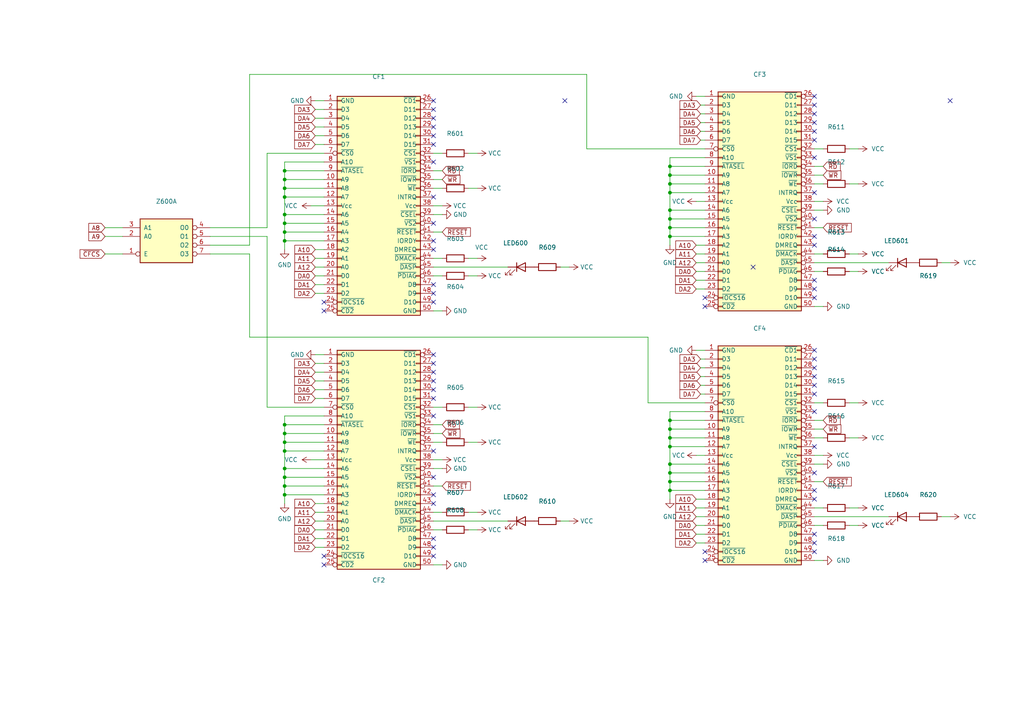
<source format=kicad_sch>
(kicad_sch (version 20211123) (generator eeschema)
  (paper "A4")
  (title_block (title "JupiterAceZ180") (date "2019-09-14") (rev "Alpha") (company "Ontobus") (comment 1 "John Bradley") (comment 2 "https://creativecommons.org/licenses/by-nc-sa/4.0/") (comment 3 "Attribution-NonCommercial-ShareAlike 4.0 International License.") (comment 4 "This work is licensed under a Creative Commons "))
  (lib_symbols
    (symbol "74xx:74LS139" (pin_names (offset 1.016))
      (property "Reference" "U" (at -7.62 8.89 0))
      (property "Value" "74LS139" (at -7.62 -8.89 0))
      (symbol "74LS139_1_0"
        (pin input inverted (at -12.7 -5.08 0) (length 5.08) (name "E") (number "1"))
        (pin input line (at -12.7 0 0) (length 5.08) (name "A0") (number "2"))
        (pin input line (at -12.7 2.54 0) (length 5.08) (name "A1") (number "3"))
        (pin output inverted (at 12.7 2.54 180) (length 5.08) (name "O0") (number "4"))
        (pin output inverted (at 12.7 0 180) (length 5.08) (name "O1") (number "5"))
        (pin output inverted (at 12.7 -2.54 180) (length 5.08) (name "O2") (number "6"))
        (pin output inverted (at 12.7 -5.08 180) (length 5.08) (name "O3") (number "7"))
      )
      (symbol "74LS139_1_1"
        (rectangle (start -7.62 5.08) (end 7.62 -7.62) (stroke (width 0.254)) (fill (type background)))
      )
      (symbol "74LS139_2_0"
        (pin output inverted (at 12.7 -2.54 180) (length 5.08) (name "O2") (number "10"))
        (pin output inverted (at 12.7 0 180) (length 5.08) (name "O1") (number "11"))
        (pin output inverted (at 12.7 2.54 180) (length 5.08) (name "O0") (number "12"))
        (pin input line (at -12.7 2.54 0) (length 5.08) (name "A1") (number "13"))
        (pin input line (at -12.7 0 0) (length 5.08) (name "A0") (number "14"))
        (pin input inverted (at -12.7 -5.08 0) (length 5.08) (name "E") (number "15"))
        (pin output inverted (at 12.7 -5.08 180) (length 5.08) (name "O3") (number "9"))
      )
      (symbol "74LS139_2_1"
        (rectangle (start -7.62 5.08) (end 7.62 -7.62) (stroke (width 0.254)) (fill (type background)))
      )
      (symbol "74LS139_3_0"
        (pin power_in line (at 0 12.7 270) (length 5.08) (name "VCC") (number "16"))
        (pin power_in line (at 0 -12.7 90) (length 5.08) (name "GND") (number "8"))
      )
      (symbol "74LS139_3_1"
        (rectangle (start -5.08 7.62) (end 5.08 -7.62) (stroke (width 0.254)) (fill (type background)))
      )
    )
    (symbol "Device:LED" (pin_numbers hide) (pin_names (offset 1.016) hide)
      (property "Reference" "D" (at 0 2.54 0))
      (property "Value" "LED" (at 0 -2.54 0))
      (symbol "LED_0_1"
        (polyline (pts (xy -1.27 -1.27) (xy -1.27 1.27)) (stroke (width 0.254)))
        (polyline (pts (xy -1.27 0) (xy 1.27 0)))
        (polyline (pts (xy 1.27 -1.27) (xy 1.27 1.27) (xy -1.27 0) (xy 1.27 -1.27)) (stroke (width 0.254)))
        (polyline (pts (xy -3.048 -0.762) (xy -4.572 -2.286) (xy -3.81 -2.286) (xy -4.572 -2.286) (xy -4.572 -1.524)))
        (polyline (pts (xy -1.778 -0.762) (xy -3.302 -2.286) (xy -2.54 -2.286) (xy -3.302 -2.286) (xy -3.302 -1.524)))
      )
      (symbol "LED_1_1"
        (pin passive line (at -3.81 0 0) (length 2.54) (name "K") (number "1"))
        (pin passive line (at 3.81 0 180) (length 2.54) (name "A") (number "2"))
      )
    )
    (symbol "Device:R" (pin_numbers hide) (pin_names (offset 0))
      (property "Reference" "R" (at 2.032 0 90))
      (property "Value" "R" (at 0 0 90))
      (symbol "R_0_1"
        (rectangle (start -1.016 -2.54) (end 1.016 2.54) (stroke (width 0.254)))
      )
      (symbol "R_1_1"
        (pin passive line (at 0 3.81 270) (length 1.27) (name "~") (number "1"))
        (pin passive line (at 0 -3.81 90) (length 1.27) (name "~") (number "2"))
      )
    )
    (symbol "ExtraSymbols:5788643-1" (pin_names (offset 1.016))
      (property "Reference" "CF" (at 2.54 1.27 0))
      (property "Value" "5788643-1" (at 17.78 1.27 0))
      (symbol "5788643-1_1_1"
        (rectangle (start 0 -62.103) (end 1.27 -62.357) (stroke (width 0.1524)))
        (rectangle (start 0 -59.563) (end 1.27 -59.817) (stroke (width 0.1524)))
        (rectangle (start 0 -57.023) (end 1.27 -57.277) (stroke (width 0.1524)))
        (rectangle (start 0 -54.483) (end 1.27 -54.737) (stroke (width 0.1524)))
        (rectangle (start 0 -51.943) (end 1.27 -52.197) (stroke (width 0.1524)))
        (rectangle (start 0 -49.403) (end 1.27 -49.657) (stroke (width 0.1524)))
        (rectangle (start 0 -46.863) (end 1.27 -47.117) (stroke (width 0.1524)))
        (rectangle (start 0 -44.323) (end 1.27 -44.577) (stroke (width 0.1524)))
        (rectangle (start 0 -41.783) (end 1.27 -42.037) (stroke (width 0.1524)))
        (rectangle (start 0 -39.243) (end 1.27 -39.497) (stroke (width 0.1524)))
        (rectangle (start 0 -36.703) (end 1.27 -36.957) (stroke (width 0.1524)))
        (rectangle (start 0 -34.163) (end 1.27 -34.417) (stroke (width 0.1524)))
        (rectangle (start 0 -31.623) (end 1.27 -31.877) (stroke (width 0.1524)))
        (rectangle (start 0 -29.083) (end 1.27 -29.337) (stroke (width 0.1524)))
        (rectangle (start 0 -26.543) (end 1.27 -26.797) (stroke (width 0.1524)))
        (rectangle (start 0 -24.003) (end 1.27 -24.257) (stroke (width 0.1524)))
        (rectangle (start 0 -21.463) (end 1.27 -21.717) (stroke (width 0.1524)))
        (rectangle (start 0 -18.923) (end 1.27 -19.177) (stroke (width 0.1524)))
        (rectangle (start 0 -16.383) (end 1.27 -16.637) (stroke (width 0.1524)))
        (rectangle (start 0 -13.843) (end 1.27 -14.097) (stroke (width 0.1524)))
        (rectangle (start 0 -11.303) (end 1.27 -11.557) (stroke (width 0.1524)))
        (rectangle (start 0 -8.763) (end 1.27 -9.017) (stroke (width 0.1524)))
        (rectangle (start 0 -6.223) (end 1.27 -6.477) (stroke (width 0.1524)))
        (rectangle (start 0 -3.683) (end 1.27 -3.937) (stroke (width 0.1524)))
        (rectangle (start 0 -1.143) (end 1.27 -1.397) (stroke (width 0.1524)))
        (rectangle (start 0 0) (end 24.13 -63.5) (stroke (width 0.254)) (fill (type background)))
        (rectangle (start 24.13 -62.103) (end 22.86 -62.357) (stroke (width 0.1524)))
        (rectangle (start 24.13 -59.563) (end 22.86 -59.817) (stroke (width 0.1524)))
        (rectangle (start 24.13 -57.023) (end 22.86 -57.277) (stroke (width 0.1524)))
        (rectangle (start 24.13 -54.483) (end 22.86 -54.737) (stroke (width 0.1524)))
        (rectangle (start 24.13 -51.943) (end 22.86 -52.197) (stroke (width 0.1524)))
        (rectangle (start 24.13 -49.403) (end 22.86 -49.657) (stroke (width 0.1524)))
        (rectangle (start 24.13 -46.863) (end 22.86 -47.117) (stroke (width 0.1524)))
        (rectangle (start 24.13 -44.323) (end 22.86 -44.577) (stroke (width 0.1524)))
        (rectangle (start 24.13 -41.783) (end 22.86 -42.037) (stroke (width 0.1524)))
        (rectangle (start 24.13 -39.243) (end 22.86 -39.497) (stroke (width 0.1524)))
        (rectangle (start 24.13 -36.703) (end 22.86 -36.957) (stroke (width 0.1524)))
        (rectangle (start 24.13 -34.163) (end 22.86 -34.417) (stroke (width 0.1524)))
        (rectangle (start 24.13 -31.623) (end 22.86 -31.877) (stroke (width 0.1524)))
        (rectangle (start 24.13 -29.083) (end 22.86 -29.337) (stroke (width 0.1524)))
        (rectangle (start 24.13 -26.543) (end 22.86 -26.797) (stroke (width 0.1524)))
        (rectangle (start 24.13 -24.003) (end 22.86 -24.257) (stroke (width 0.1524)))
        (rectangle (start 24.13 -21.463) (end 22.86 -21.717) (stroke (width 0.1524)))
        (rectangle (start 24.13 -18.923) (end 22.86 -19.177) (stroke (width 0.1524)))
        (rectangle (start 24.13 -16.383) (end 22.86 -16.637) (stroke (width 0.1524)))
        (rectangle (start 24.13 -13.843) (end 22.86 -14.097) (stroke (width 0.1524)))
        (rectangle (start 24.13 -11.303) (end 22.86 -11.557) (stroke (width 0.1524)))
        (rectangle (start 24.13 -8.763) (end 22.86 -9.017) (stroke (width 0.1524)))
        (rectangle (start 24.13 -6.223) (end 22.86 -6.477) (stroke (width 0.1524)))
        (rectangle (start 24.13 -3.683) (end 22.86 -3.937) (stroke (width 0.1524)))
        (rectangle (start 24.13 -1.143) (end 22.86 -1.397) (stroke (width 0.1524)))
        (pin power_in line (at -3.81 -1.27 0) (length 3.81) (name "GND") (number "1"))
        (pin input line (at -3.81 -24.13 0) (length 3.81) (name "A9") (number "10"))
        (pin input line (at -3.81 -26.67 0) (length 3.81) (name "A8") (number "11"))
        (pin input line (at -3.81 -29.21 0) (length 3.81) (name "A7") (number "12"))
        (pin power_in line (at -3.81 -31.75 0) (length 3.81) (name "Vcc") (number "13"))
        (pin input line (at -3.81 -34.29 0) (length 3.81) (name "A6") (number "14"))
        (pin input line (at -3.81 -36.83 0) (length 3.81) (name "A5") (number "15"))
        (pin input line (at -3.81 -39.37 0) (length 3.81) (name "A4") (number "16"))
        (pin input line (at -3.81 -41.91 0) (length 3.81) (name "A3") (number "17"))
        (pin input line (at -3.81 -44.45 0) (length 3.81) (name "A2") (number "18"))
        (pin input line (at -3.81 -46.99 0) (length 3.81) (name "A1") (number "19"))
        (pin bidirectional line (at -3.81 -3.81 0) (length 3.81) (name "D3") (number "2"))
        (pin input line (at -3.81 -49.53 0) (length 3.81) (name "A0") (number "20"))
        (pin bidirectional line (at -3.81 -52.07 0) (length 3.81) (name "D0") (number "21"))
        (pin bidirectional line (at -3.81 -54.61 0) (length 3.81) (name "D1") (number "22"))
        (pin bidirectional line (at -3.81 -57.15 0) (length 3.81) (name "D2") (number "23"))
        (pin input inverted (at -3.81 -59.69 0) (length 3.81) (name "~{IOCS16}") (number "24"))
        (pin output inverted (at -3.81 -62.23 0) (length 3.81) (name "~{CD2}") (number "25"))
        (pin output inverted (at 27.94 -1.27 180) (length 3.81) (name "~{CD1}") (number "26"))
        (pin bidirectional line (at 27.94 -3.81 180) (length 3.81) (name "D11") (number "27"))
        (pin bidirectional line (at 27.94 -6.35 180) (length 3.81) (name "D12") (number "28"))
        (pin bidirectional line (at 27.94 -8.89 180) (length 3.81) (name "D13") (number "29"))
        (pin bidirectional line (at -3.81 -6.35 0) (length 3.81) (name "D4") (number "3"))
        (pin bidirectional line (at 27.94 -11.43 180) (length 3.81) (name "D14") (number "30"))
        (pin bidirectional line (at 27.94 -13.97 180) (length 3.81) (name "D15") (number "31"))
        (pin input inverted (at 27.94 -16.51 180) (length 3.81) (name "~{CS1}") (number "32"))
        (pin output inverted (at 27.94 -19.05 180) (length 3.81) (name "~{VS1}") (number "33"))
        (pin input inverted (at 27.94 -21.59 180) (length 3.81) (name "~{IORD}") (number "34"))
        (pin input inverted (at 27.94 -24.13 180) (length 3.81) (name "~{IOWR}") (number "35"))
        (pin input inverted (at 27.94 -26.67 180) (length 3.81) (name "~{WE}") (number "36"))
        (pin output line (at 27.94 -29.21 180) (length 3.81) (name "INTRQ") (number "37"))
        (pin power_in line (at 27.94 -31.75 180) (length 3.81) (name "Vcc") (number "38"))
        (pin input inverted (at 27.94 -34.29 180) (length 3.81) (name "~{CSEL}") (number "39"))
        (pin bidirectional line (at -3.81 -8.89 0) (length 3.81) (name "D5") (number "4"))
        (pin output inverted (at 27.94 -36.83 180) (length 3.81) (name "~{VS2}") (number "40"))
        (pin input inverted (at 27.94 -39.37 180) (length 3.81) (name "~{RESET}") (number "41"))
        (pin output line (at 27.94 -41.91 180) (length 3.81) (name "IORDY") (number "42"))
        (pin output line (at 27.94 -44.45 180) (length 3.81) (name "DMREQ") (number "43"))
        (pin input inverted (at 27.94 -46.99 180) (length 3.81) (name "~{DMACK}") (number "44"))
        (pin bidirectional inverted (at 27.94 -49.53 180) (length 3.81) (name "~{DASP}") (number "45"))
        (pin bidirectional inverted (at 27.94 -52.07 180) (length 3.81) (name "~{PDIAG}") (number "46"))
        (pin bidirectional line (at 27.94 -54.61 180) (length 3.81) (name "D8") (number "47"))
        (pin bidirectional line (at 27.94 -57.15 180) (length 3.81) (name "D9") (number "48"))
        (pin bidirectional line (at 27.94 -59.69 180) (length 3.81) (name "D10") (number "49"))
        (pin bidirectional line (at -3.81 -11.43 0) (length 3.81) (name "D6") (number "5"))
        (pin power_in line (at 27.94 -62.23 180) (length 3.81) (name "GND") (number "50"))
        (pin bidirectional line (at -3.81 -13.97 0) (length 3.81) (name "D7") (number "6"))
        (pin input inverted (at -3.81 -16.51 0) (length 3.81) (name "~{CS0}") (number "7"))
        (pin input line (at -3.81 -19.05 0) (length 3.81) (name "A10") (number "8"))
        (pin input line (at -3.81 -21.59 0) (length 3.81) (name "~{ATASEL}") (number "9"))
      )
    )
    (symbol "power:GND" (power) (pin_names (offset 0))
      (property "Value" "GND" (at 0 -3.81 0))
      (symbol "GND_0_1"
        (polyline (pts (xy 0 0) (xy 0 -1.27) (xy 1.27 -1.27) (xy 0 -2.54) (xy -1.27 -1.27) (xy 0 -1.27)))
      )
      (symbol "GND_1_1"
        (pin power_in line (at 0 0 270) (length 0) hide (name "GND") (number "1"))
      )
    )
    (symbol "power:VCC" (power) (pin_names (offset 0))
      (property "Value" "VCC" (at 0 3.81 0))
      (symbol "VCC_0_1"
        (polyline (pts (xy -0.762 1.27) (xy 0 2.54)))
        (polyline (pts (xy 0 0) (xy 0 2.54)))
        (polyline (pts (xy 0 2.54) (xy 0.762 1.27)))
      )
      (symbol "VCC_1_1"
        (pin power_in line (at 0 0 90) (length 0) hide (name "VCC") (number "1"))
      )
    )
  )
  (junction (at 82.55 135.89))
  (junction (at 194.31 55.88))
  (junction (at 194.31 68.58))
  (junction (at 82.55 67.31))
  (junction (at 194.31 124.46))
  (junction (at 82.55 138.43))
  (junction (at 82.55 62.23))
  (junction (at 194.31 139.7))
  (junction (at 194.31 129.54))
  (junction (at 194.31 53.34))
  (junction (at 194.31 121.92))
  (junction (at 82.55 69.85))
  (junction (at 194.31 127))
  (junction (at 194.31 48.26))
  (junction (at 82.55 143.51))
  (junction (at 82.55 54.61))
  (junction (at 194.31 50.8))
  (junction (at 82.55 140.97))
  (junction (at 194.31 66.04))
  (junction (at 194.31 137.16))
  (junction (at 82.55 130.81))
  (junction (at 82.55 52.07))
  (junction (at 194.31 60.96))
  (junction (at 194.31 134.62))
  (junction (at 82.55 57.15))
  (junction (at 82.55 123.19))
  (junction (at 82.55 49.53))
  (junction (at 82.55 64.77))
  (junction (at 82.55 125.73))
  (junction (at 194.31 142.24))
  (junction (at 194.31 63.5))
  (junction (at 82.55 128.27))
  (no_connect (at 125.73 143.51))
  (no_connect (at 236.22 137.16))
  (no_connect (at 125.73 115.57))
  (no_connect (at 236.22 71.12))
  (no_connect (at 236.22 160.02))
  (no_connect (at 236.22 83.82))
  (no_connect (at 236.22 63.5))
  (no_connect (at 236.22 142.24))
  (no_connect (at 236.22 33.02))
  (no_connect (at 236.22 68.58))
  (no_connect (at 236.22 157.48))
  (no_connect (at 93.98 90.17))
  (no_connect (at 125.73 146.05))
  (no_connect (at 125.73 31.75))
  (no_connect (at 236.22 55.88))
  (no_connect (at 93.98 163.83))
  (no_connect (at 125.73 158.75))
  (no_connect (at 125.73 41.91))
  (no_connect (at 125.73 87.63))
  (no_connect (at 236.22 144.78))
  (no_connect (at 125.73 82.55))
  (no_connect (at 236.22 106.68))
  (no_connect (at 204.47 86.36))
  (no_connect (at 125.73 105.41))
  (no_connect (at 204.47 88.9))
  (no_connect (at 236.22 109.22))
  (no_connect (at 93.98 161.29))
  (no_connect (at 236.22 86.36))
  (no_connect (at 125.73 57.15))
  (no_connect (at 236.22 111.76))
  (no_connect (at 125.73 161.29))
  (no_connect (at 125.73 102.87))
  (no_connect (at 163.83 29.21))
  (no_connect (at 204.47 160.02))
  (no_connect (at 125.73 156.21))
  (no_connect (at 125.73 72.39))
  (no_connect (at 125.73 113.03))
  (no_connect (at 125.73 29.21))
  (no_connect (at 275.59 29.21))
  (no_connect (at 125.73 34.29))
  (no_connect (at 236.22 45.72))
  (no_connect (at 125.73 107.95))
  (no_connect (at 236.22 27.94))
  (no_connect (at 125.73 39.37))
  (no_connect (at 236.22 101.6))
  (no_connect (at 218.44 77.47))
  (no_connect (at 125.73 36.83))
  (no_connect (at 236.22 104.14))
  (no_connect (at 125.73 110.49))
  (no_connect (at 204.47 162.56))
  (no_connect (at 125.73 69.85))
  (no_connect (at 125.73 64.77))
  (no_connect (at 125.73 130.81))
  (no_connect (at 236.22 154.94))
  (no_connect (at 236.22 38.1))
  (no_connect (at 236.22 129.54))
  (no_connect (at 236.22 119.38))
  (no_connect (at 236.22 30.48))
  (no_connect (at 125.73 85.09))
  (no_connect (at 125.73 138.43))
  (no_connect (at 236.22 114.3))
  (no_connect (at 125.73 120.65))
  (no_connect (at 93.98 87.63))
  (no_connect (at 236.22 81.28))
  (no_connect (at 125.73 46.99))
  (no_connect (at 236.22 35.56))
  (no_connect (at 236.22 40.64))
  (wire (pts (xy 194.31 60.96) (xy 194.31 63.5)))
  (wire (pts (xy 91.44 102.87) (xy 93.98 102.87)))
  (wire (pts (xy 194.31 142.24) (xy 204.47 142.24)))
  (wire (pts (xy 194.31 55.88) (xy 194.31 53.34)))
  (wire (pts (xy 93.98 72.39) (xy 91.44 72.39)))
  (wire (pts (xy 93.98 54.61) (xy 82.55 54.61)))
  (wire (pts (xy 204.47 124.46) (xy 194.31 124.46)))
  (wire (pts (xy 194.31 45.72) (xy 204.47 45.72)))
  (wire (pts (xy 128.27 62.23) (xy 125.73 62.23)))
  (wire (pts (xy 93.98 52.07) (xy 82.55 52.07)))
  (wire (pts (xy 248.92 73.66) (xy 246.38 73.66)))
  (wire (pts (xy 165.1 77.47) (xy 162.56 77.47)))
  (wire (pts (xy 204.47 66.04) (xy 194.31 66.04)))
  (wire (pts (xy 236.22 76.2) (xy 257.81 76.2)))
  (wire (pts (xy 204.47 106.68) (xy 203.2 106.68)))
  (wire (pts (xy 60.96 66.04) (xy 77.47 66.04)))
  (wire (pts (xy 204.47 111.76) (xy 203.2 111.76)))
  (wire (pts (xy 204.47 139.7) (xy 194.31 139.7)))
  (wire (pts (xy 93.98 113.03) (xy 91.44 113.03)))
  (wire (pts (xy 204.47 73.66) (xy 201.93 73.66)))
  (wire (pts (xy 204.47 116.84) (xy 187.96 116.84)))
  (wire (pts (xy 204.47 81.28) (xy 201.93 81.28)))
  (wire (pts (xy 128.27 163.83) (xy 125.73 163.83)))
  (wire (pts (xy 93.98 156.21) (xy 91.44 156.21)))
  (wire (pts (xy 72.39 73.66) (xy 72.39 97.79)))
  (wire (pts (xy 82.55 130.81) (xy 82.55 135.89)))
  (wire (pts (xy 238.76 147.32) (xy 236.22 147.32)))
  (wire (pts (xy 93.98 125.73) (xy 82.55 125.73)))
  (wire (pts (xy 128.27 133.35) (xy 125.73 133.35)))
  (wire (pts (xy 82.55 135.89) (xy 82.55 138.43)))
  (wire (pts (xy 194.31 68.58) (xy 204.47 68.58)))
  (wire (pts (xy 204.47 154.94) (xy 201.93 154.94)))
  (wire (pts (xy 35.56 68.58) (xy 30.48 68.58)))
  (wire (pts (xy 138.43 44.45) (xy 135.89 44.45)))
  (wire (pts (xy 238.76 43.18) (xy 236.22 43.18)))
  (wire (pts (xy 91.44 29.21) (xy 93.98 29.21)))
  (wire (pts (xy 93.98 135.89) (xy 82.55 135.89)))
  (wire (pts (xy 138.43 74.93) (xy 135.89 74.93)))
  (wire (pts (xy 170.18 43.18) (xy 204.47 43.18)))
  (wire (pts (xy 204.47 137.16) (xy 194.31 137.16)))
  (wire (pts (xy 275.59 149.86) (xy 273.05 149.86)))
  (wire (pts (xy 204.47 104.14) (xy 203.2 104.14)))
  (wire (pts (xy 248.92 116.84) (xy 246.38 116.84)))
  (wire (pts (xy 194.31 48.26) (xy 194.31 45.72)))
  (wire (pts (xy 82.55 120.65) (xy 93.98 120.65)))
  (wire (pts (xy 248.92 147.32) (xy 246.38 147.32)))
  (wire (pts (xy 128.27 153.67) (xy 125.73 153.67)))
  (wire (pts (xy 204.47 71.12) (xy 201.93 71.12)))
  (wire (pts (xy 238.76 48.26) (xy 236.22 48.26)))
  (wire (pts (xy 238.76 73.66) (xy 236.22 73.66)))
  (wire (pts (xy 187.96 97.79) (xy 187.96 116.84)))
  (wire (pts (xy 93.98 133.35) (xy 90.17 133.35)))
  (wire (pts (xy 125.73 77.47) (xy 147.32 77.47)))
  (wire (pts (xy 82.55 49.53) (xy 82.55 46.99)))
  (wire (pts (xy 125.73 67.31) (xy 128.27 67.31)))
  (wire (pts (xy 82.55 62.23) (xy 82.55 64.77)))
  (wire (pts (xy 93.98 115.57) (xy 91.44 115.57)))
  (wire (pts (xy 93.98 130.81) (xy 82.55 130.81)))
  (wire (pts (xy 128.27 54.61) (xy 125.73 54.61)))
  (wire (pts (xy 201.93 27.94) (xy 204.47 27.94)))
  (wire (pts (xy 35.56 73.66) (xy 30.48 73.66)))
  (wire (pts (xy 204.47 30.48) (xy 203.2 30.48)))
  (wire (pts (xy 72.39 21.59) (xy 170.18 21.59)))
  (wire (pts (xy 238.76 78.74) (xy 236.22 78.74)))
  (wire (pts (xy 77.47 66.04) (xy 77.47 44.45)))
  (wire (pts (xy 93.98 105.41) (xy 91.44 105.41)))
  (wire (pts (xy 93.98 62.23) (xy 82.55 62.23)))
  (wire (pts (xy 128.27 148.59) (xy 125.73 148.59)))
  (wire (pts (xy 194.31 134.62) (xy 194.31 137.16)))
  (wire (pts (xy 170.18 21.59) (xy 170.18 43.18)))
  (wire (pts (xy 82.55 128.27) (xy 82.55 125.73)))
  (wire (pts (xy 72.39 97.79) (xy 187.96 97.79)))
  (wire (pts (xy 204.47 129.54) (xy 194.31 129.54)))
  (wire (pts (xy 204.47 40.64) (xy 203.2 40.64)))
  (wire (pts (xy 93.98 123.19) (xy 82.55 123.19)))
  (wire (pts (xy 204.47 55.88) (xy 194.31 55.88)))
  (wire (pts (xy 93.98 146.05) (xy 91.44 146.05)))
  (wire (pts (xy 93.98 140.97) (xy 82.55 140.97)))
  (wire (pts (xy 236.22 66.04) (xy 238.76 66.04)))
  (wire (pts (xy 82.55 130.81) (xy 82.55 128.27)))
  (wire (pts (xy 204.47 109.22) (xy 203.2 109.22)))
  (wire (pts (xy 128.27 123.19) (xy 125.73 123.19)))
  (wire (pts (xy 82.55 72.39) (xy 82.55 69.85)))
  (wire (pts (xy 125.73 140.97) (xy 128.27 140.97)))
  (wire (pts (xy 204.47 38.1) (xy 203.2 38.1)))
  (wire (pts (xy 204.47 147.32) (xy 201.93 147.32)))
  (wire (pts (xy 82.55 123.19) (xy 82.55 120.65)))
  (wire (pts (xy 204.47 127) (xy 194.31 127)))
  (wire (pts (xy 77.47 68.58) (xy 77.47 118.11)))
  (wire (pts (xy 204.47 33.02) (xy 203.2 33.02)))
  (wire (pts (xy 236.22 149.86) (xy 257.81 149.86)))
  (wire (pts (xy 238.76 152.4) (xy 236.22 152.4)))
  (wire (pts (xy 238.76 132.08) (xy 236.22 132.08)))
  (wire (pts (xy 138.43 153.67) (xy 135.89 153.67)))
  (wire (pts (xy 93.98 31.75) (xy 91.44 31.75)))
  (wire (pts (xy 128.27 90.17) (xy 125.73 90.17)))
  (wire (pts (xy 138.43 128.27) (xy 135.89 128.27)))
  (wire (pts (xy 82.55 140.97) (xy 82.55 143.51)))
  (wire (pts (xy 204.47 134.62) (xy 194.31 134.62)))
  (wire (pts (xy 194.31 119.38) (xy 204.47 119.38)))
  (wire (pts (xy 248.92 152.4) (xy 246.38 152.4)))
  (wire (pts (xy 82.55 64.77) (xy 82.55 67.31)))
  (wire (pts (xy 35.56 66.04) (xy 30.48 66.04)))
  (wire (pts (xy 93.98 39.37) (xy 91.44 39.37)))
  (wire (pts (xy 93.98 85.09) (xy 91.44 85.09)))
  (wire (pts (xy 204.47 63.5) (xy 194.31 63.5)))
  (wire (pts (xy 204.47 114.3) (xy 203.2 114.3)))
  (wire (pts (xy 238.76 127) (xy 236.22 127)))
  (wire (pts (xy 82.55 57.15) (xy 82.55 54.61)))
  (wire (pts (xy 82.55 57.15) (xy 82.55 62.23)))
  (wire (pts (xy 93.98 67.31) (xy 82.55 67.31)))
  (wire (pts (xy 138.43 54.61) (xy 135.89 54.61)))
  (wire (pts (xy 238.76 121.92) (xy 236.22 121.92)))
  (wire (pts (xy 128.27 44.45) (xy 125.73 44.45)))
  (wire (pts (xy 238.76 124.46) (xy 236.22 124.46)))
  (wire (pts (xy 238.76 53.34) (xy 236.22 53.34)))
  (wire (pts (xy 204.47 58.42) (xy 201.93 58.42)))
  (wire (pts (xy 194.31 127) (xy 194.31 124.46)))
  (wire (pts (xy 194.31 124.46) (xy 194.31 121.92)))
  (wire (pts (xy 93.98 107.95) (xy 91.44 107.95)))
  (wire (pts (xy 238.76 134.62) (xy 236.22 134.62)))
  (wire (pts (xy 93.98 36.83) (xy 91.44 36.83)))
  (wire (pts (xy 93.98 77.47) (xy 91.44 77.47)))
  (wire (pts (xy 194.31 129.54) (xy 194.31 127)))
  (wire (pts (xy 93.98 118.11) (xy 77.47 118.11)))
  (wire (pts (xy 248.92 53.34) (xy 246.38 53.34)))
  (wire (pts (xy 93.98 151.13) (xy 91.44 151.13)))
  (wire (pts (xy 125.73 151.13) (xy 147.32 151.13)))
  (wire (pts (xy 204.47 149.86) (xy 201.93 149.86)))
  (wire (pts (xy 93.98 82.55) (xy 91.44 82.55)))
  (wire (pts (xy 194.31 137.16) (xy 194.31 139.7)))
  (wire (pts (xy 194.31 121.92) (xy 194.31 119.38)))
  (wire (pts (xy 93.98 57.15) (xy 82.55 57.15)))
  (wire (pts (xy 204.47 144.78) (xy 201.93 144.78)))
  (wire (pts (xy 128.27 118.11) (xy 125.73 118.11)))
  (wire (pts (xy 204.47 152.4) (xy 201.93 152.4)))
  (wire (pts (xy 194.31 53.34) (xy 194.31 50.8)))
  (wire (pts (xy 138.43 148.59) (xy 135.89 148.59)))
  (wire (pts (xy 128.27 52.07) (xy 125.73 52.07)))
  (wire (pts (xy 93.98 110.49) (xy 91.44 110.49)))
  (wire (pts (xy 204.47 60.96) (xy 194.31 60.96)))
  (wire (pts (xy 82.55 125.73) (xy 82.55 123.19)))
  (wire (pts (xy 60.96 68.58) (xy 77.47 68.58)))
  (wire (pts (xy 82.55 138.43) (xy 82.55 140.97)))
  (wire (pts (xy 238.76 88.9) (xy 236.22 88.9)))
  (wire (pts (xy 275.59 76.2) (xy 273.05 76.2)))
  (wire (pts (xy 93.98 74.93) (xy 91.44 74.93)))
  (wire (pts (xy 238.76 162.56) (xy 236.22 162.56)))
  (wire (pts (xy 93.98 64.77) (xy 82.55 64.77)))
  (wire (pts (xy 238.76 50.8) (xy 236.22 50.8)))
  (wire (pts (xy 93.98 138.43) (xy 82.55 138.43)))
  (wire (pts (xy 128.27 135.89) (xy 125.73 135.89)))
  (wire (pts (xy 238.76 58.42) (xy 236.22 58.42)))
  (wire (pts (xy 236.22 139.7) (xy 238.76 139.7)))
  (wire (pts (xy 204.47 132.08) (xy 201.93 132.08)))
  (wire (pts (xy 165.1 151.13) (xy 162.56 151.13)))
  (wire (pts (xy 138.43 118.11) (xy 135.89 118.11)))
  (wire (pts (xy 248.92 43.18) (xy 246.38 43.18)))
  (wire (pts (xy 128.27 80.01) (xy 125.73 80.01)))
  (wire (pts (xy 93.98 158.75) (xy 91.44 158.75)))
  (wire (pts (xy 128.27 74.93) (xy 125.73 74.93)))
  (wire (pts (xy 248.92 127) (xy 246.38 127)))
  (wire (pts (xy 204.47 48.26) (xy 194.31 48.26)))
  (wire (pts (xy 194.31 66.04) (xy 194.31 68.58)))
  (wire (pts (xy 72.39 71.12) (xy 60.96 71.12)))
  (wire (pts (xy 82.55 146.05) (xy 82.55 143.51)))
  (wire (pts (xy 60.96 73.66) (xy 72.39 73.66)))
  (wire (pts (xy 82.55 67.31) (xy 82.55 69.85)))
  (wire (pts (xy 194.31 71.12) (xy 194.31 68.58)))
  (wire (pts (xy 93.98 128.27) (xy 82.55 128.27)))
  (wire (pts (xy 204.47 53.34) (xy 194.31 53.34)))
  (wire (pts (xy 194.31 50.8) (xy 194.31 48.26)))
  (wire (pts (xy 138.43 80.01) (xy 135.89 80.01)))
  (wire (pts (xy 194.31 144.78) (xy 194.31 142.24)))
  (wire (pts (xy 93.98 80.01) (xy 91.44 80.01)))
  (wire (pts (xy 82.55 143.51) (xy 93.98 143.51)))
  (wire (pts (xy 93.98 41.91) (xy 91.44 41.91)))
  (wire (pts (xy 201.93 101.6) (xy 204.47 101.6)))
  (wire (pts (xy 194.31 63.5) (xy 194.31 66.04)))
  (wire (pts (xy 194.31 55.88) (xy 194.31 60.96)))
  (wire (pts (xy 194.31 139.7) (xy 194.31 142.24)))
  (wire (pts (xy 72.39 71.12) (xy 72.39 21.59)))
  (wire (pts (xy 93.98 44.45) (xy 77.47 44.45)))
  (wire (pts (xy 194.31 129.54) (xy 194.31 134.62)))
  (wire (pts (xy 93.98 59.69) (xy 90.17 59.69)))
  (wire (pts (xy 204.47 35.56) (xy 203.2 35.56)))
  (wire (pts (xy 128.27 128.27) (xy 125.73 128.27)))
  (wire (pts (xy 238.76 60.96) (xy 236.22 60.96)))
  (wire (pts (xy 238.76 116.84) (xy 236.22 116.84)))
  (wire (pts (xy 93.98 153.67) (xy 91.44 153.67)))
  (wire (pts (xy 93.98 49.53) (xy 82.55 49.53)))
  (wire (pts (xy 128.27 125.73) (xy 125.73 125.73)))
  (wire (pts (xy 82.55 69.85) (xy 93.98 69.85)))
  (wire (pts (xy 248.92 78.74) (xy 246.38 78.74)))
  (wire (pts (xy 93.98 34.29) (xy 91.44 34.29)))
  (wire (pts (xy 128.27 59.69) (xy 125.73 59.69)))
  (wire (pts (xy 204.47 121.92) (xy 194.31 121.92)))
  (wire (pts (xy 82.55 52.07) (xy 82.55 49.53)))
  (wire (pts (xy 204.47 50.8) (xy 194.31 50.8)))
  (wire (pts (xy 204.47 157.48) (xy 201.93 157.48)))
  (wire (pts (xy 93.98 148.59) (xy 91.44 148.59)))
  (wire (pts (xy 204.47 83.82) (xy 201.93 83.82)))
  (wire (pts (xy 82.55 46.99) (xy 93.98 46.99)))
  (wire (pts (xy 204.47 76.2) (xy 201.93 76.2)))
  (wire (pts (xy 128.27 49.53) (xy 125.73 49.53)))
  (wire (pts (xy 204.47 78.74) (xy 201.93 78.74)))
  (wire (pts (xy 82.55 54.61) (xy 82.55 52.07)))
  (global_label "~{WR}" (shape input) (at 128.27 125.73 0) (property "Intersheet References" "${INTERSHEET_REFS}" (at 133.3156 125.6506 0) (effects (justify left))))
  (global_label "~{RESET}" (shape input) (at 238.76 66.04 0) (property "Intersheet References" "${INTERSHEET_REFS}" (at 246.8294 65.9606 0) (effects (justify left))))
  (global_label "DA1" (shape input) (at 201.93 81.28 180) (property "Intersheet References" "${INTERSHEET_REFS}" (at 196.0377 81.2006 0) (effects (justify right))))
  (global_label "~{WR}" (shape input) (at 128.27 52.07 0) (property "Intersheet References" "${INTERSHEET_REFS}" (at 133.3156 51.9906 0) (effects (justify left))))
  (global_label "~{RD}" (shape input) (at 238.76 48.26 0) (property "Intersheet References" "${INTERSHEET_REFS}" (at 243.6242 48.1806 0) (effects (justify left))))
  (global_label "DA5" (shape input) (at 91.44 110.49 180) (property "Intersheet References" "${INTERSHEET_REFS}" (at 85.5477 110.4106 0) (effects (justify right))))
  (global_label "~{RD}" (shape input) (at 128.27 123.19 0) (property "Intersheet References" "${INTERSHEET_REFS}" (at 133.1342 123.1106 0) (effects (justify left))))
  (global_label "DA4" (shape input) (at 91.44 107.95 180) (property "Intersheet References" "${INTERSHEET_REFS}" (at 85.5477 107.8706 0) (effects (justify right))))
  (global_label "~{WR}" (shape input) (at 238.76 124.46 0) (property "Intersheet References" "${INTERSHEET_REFS}" (at 243.8056 124.3806 0) (effects (justify left))))
  (global_label "DA2" (shape input) (at 91.44 158.75 180) (property "Intersheet References" "${INTERSHEET_REFS}" (at 85.5477 158.6706 0) (effects (justify right))))
  (global_label "DA6" (shape input) (at 203.2 38.1 180) (property "Intersheet References" "${INTERSHEET_REFS}" (at 197.3077 38.0206 0) (effects (justify right))))
  (global_label "A11" (shape input) (at 91.44 74.93 180) (property "Intersheet References" "${INTERSHEET_REFS}" (at 85.6082 74.8506 0) (effects (justify right))))
  (global_label "A12" (shape input) (at 201.93 149.86 180) (property "Intersheet References" "${INTERSHEET_REFS}" (at 196.0982 149.7806 0) (effects (justify right))))
  (global_label "DA7" (shape input) (at 91.44 115.57 180) (property "Intersheet References" "${INTERSHEET_REFS}" (at 85.5477 115.4906 0) (effects (justify right))))
  (global_label "DA7" (shape input) (at 203.2 40.64 180) (property "Intersheet References" "${INTERSHEET_REFS}" (at 197.3077 40.5606 0) (effects (justify right))))
  (global_label "DA7" (shape input) (at 91.44 41.91 180) (property "Intersheet References" "${INTERSHEET_REFS}" (at 85.5477 41.8306 0) (effects (justify right))))
  (global_label "DA6" (shape input) (at 91.44 113.03 180) (property "Intersheet References" "${INTERSHEET_REFS}" (at 85.5477 112.9506 0) (effects (justify right))))
  (global_label "DA2" (shape input) (at 201.93 83.82 180) (property "Intersheet References" "${INTERSHEET_REFS}" (at 196.0377 83.7406 0) (effects (justify right))))
  (global_label "A10" (shape input) (at 91.44 72.39 180) (property "Intersheet References" "${INTERSHEET_REFS}" (at 85.6082 72.3106 0) (effects (justify right))))
  (global_label "A12" (shape input) (at 201.93 76.2 180) (property "Intersheet References" "${INTERSHEET_REFS}" (at 196.0982 76.1206 0) (effects (justify right))))
  (global_label "DA0" (shape input) (at 201.93 152.4 180) (property "Intersheet References" "${INTERSHEET_REFS}" (at 196.0377 152.3206 0) (effects (justify right))))
  (global_label "A11" (shape input) (at 201.93 73.66 180) (property "Intersheet References" "${INTERSHEET_REFS}" (at 196.0982 73.5806 0) (effects (justify right))))
  (global_label "DA4" (shape input) (at 203.2 33.02 180) (property "Intersheet References" "${INTERSHEET_REFS}" (at 197.3077 32.9406 0) (effects (justify right))))
  (global_label "A9" (shape input) (at 30.48 68.58 180) (property "Intersheet References" "${INTERSHEET_REFS}" (at 25.8577 68.5006 0) (effects (justify right))))
  (global_label "DA1" (shape input) (at 201.93 154.94 180) (property "Intersheet References" "${INTERSHEET_REFS}" (at 196.0377 154.8606 0) (effects (justify right))))
  (global_label "~{RESET}" (shape input) (at 128.27 67.31 0) (property "Intersheet References" "${INTERSHEET_REFS}" (at 136.3394 67.2306 0) (effects (justify left))))
  (global_label "DA4" (shape input) (at 91.44 34.29 180) (property "Intersheet References" "${INTERSHEET_REFS}" (at 85.5477 34.2106 0) (effects (justify right))))
  (global_label "DA5" (shape input) (at 203.2 35.56 180) (property "Intersheet References" "${INTERSHEET_REFS}" (at 197.3077 35.4806 0) (effects (justify right))))
  (global_label "A10" (shape input) (at 91.44 146.05 180) (property "Intersheet References" "${INTERSHEET_REFS}" (at 85.6082 145.9706 0) (effects (justify right))))
  (global_label "~{CFCS}" (shape input) (at 30.48 73.66 180) (property "Intersheet References" "${INTERSHEET_REFS}" (at 23.3177 73.5806 0) (effects (justify right))))
  (global_label "A11" (shape input) (at 91.44 148.59 180) (property "Intersheet References" "${INTERSHEET_REFS}" (at 85.6082 148.5106 0) (effects (justify right))))
  (global_label "DA0" (shape input) (at 91.44 80.01 180) (property "Intersheet References" "${INTERSHEET_REFS}" (at 85.5477 79.9306 0) (effects (justify right))))
  (global_label "DA5" (shape input) (at 203.2 109.22 180) (property "Intersheet References" "${INTERSHEET_REFS}" (at 197.3077 109.1406 0) (effects (justify right))))
  (global_label "DA2" (shape input) (at 201.93 157.48 180) (property "Intersheet References" "${INTERSHEET_REFS}" (at 196.0377 157.4006 0) (effects (justify right))))
  (global_label "DA0" (shape input) (at 91.44 153.67 180) (property "Intersheet References" "${INTERSHEET_REFS}" (at 85.5477 153.5906 0) (effects (justify right))))
  (global_label "~{WR}" (shape input) (at 238.76 50.8 0) (property "Intersheet References" "${INTERSHEET_REFS}" (at 243.8056 50.7206 0) (effects (justify left))))
  (global_label "A11" (shape input) (at 201.93 147.32 180) (property "Intersheet References" "${INTERSHEET_REFS}" (at 196.0982 147.2406 0) (effects (justify right))))
  (global_label "A8" (shape input) (at 30.48 66.04 180) (property "Intersheet References" "${INTERSHEET_REFS}" (at 25.8577 65.9606 0) (effects (justify right))))
  (global_label "DA6" (shape input) (at 203.2 111.76 180) (property "Intersheet References" "${INTERSHEET_REFS}" (at 197.3077 111.6806 0) (effects (justify right))))
  (global_label "DA3" (shape input) (at 203.2 30.48 180) (property "Intersheet References" "${INTERSHEET_REFS}" (at 197.3077 30.4006 0) (effects (justify right))))
  (global_label "DA4" (shape input) (at 203.2 106.68 180) (property "Intersheet References" "${INTERSHEET_REFS}" (at 197.3077 106.6006 0) (effects (justify right))))
  (global_label "DA0" (shape input) (at 201.93 78.74 180) (property "Intersheet References" "${INTERSHEET_REFS}" (at 196.0377 78.6606 0) (effects (justify right))))
  (global_label "DA6" (shape input) (at 91.44 39.37 180) (property "Intersheet References" "${INTERSHEET_REFS}" (at 85.5477 39.2906 0) (effects (justify right))))
  (global_label "A10" (shape input) (at 201.93 144.78 180) (property "Intersheet References" "${INTERSHEET_REFS}" (at 196.0982 144.7006 0) (effects (justify right))))
  (global_label "A10" (shape input) (at 201.93 71.12 180) (property "Intersheet References" "${INTERSHEET_REFS}" (at 196.0982 71.0406 0) (effects (justify right))))
  (global_label "DA3" (shape input) (at 91.44 105.41 180) (property "Intersheet References" "${INTERSHEET_REFS}" (at 85.5477 105.3306 0) (effects (justify right))))
  (global_label "DA1" (shape input) (at 91.44 82.55 180) (property "Intersheet References" "${INTERSHEET_REFS}" (at 85.5477 82.4706 0) (effects (justify right))))
  (global_label "DA7" (shape input) (at 203.2 114.3 180) (property "Intersheet References" "${INTERSHEET_REFS}" (at 197.3077 114.2206 0) (effects (justify right))))
  (global_label "A12" (shape input) (at 91.44 151.13 180) (property "Intersheet References" "${INTERSHEET_REFS}" (at 85.6082 151.0506 0) (effects (justify right))))
  (global_label "~{RD}" (shape input) (at 128.27 49.53 0) (property "Intersheet References" "${INTERSHEET_REFS}" (at 133.1342 49.4506 0) (effects (justify left))))
  (global_label "DA2" (shape input) (at 91.44 85.09 180) (property "Intersheet References" "${INTERSHEET_REFS}" (at 85.5477 85.0106 0) (effects (justify right))))
  (global_label "~{RESET}" (shape input) (at 238.76 139.7 0) (property "Intersheet References" "${INTERSHEET_REFS}" (at 246.8294 139.6206 0) (effects (justify left))))
  (global_label "DA3" (shape input) (at 203.2 104.14 180) (property "Intersheet References" "${INTERSHEET_REFS}" (at 197.3077 104.0606 0) (effects (justify right))))
  (global_label "~{RD}" (shape input) (at 238.76 121.92 0) (property "Intersheet References" "${INTERSHEET_REFS}" (at 243.6242 121.8406 0) (effects (justify left))))
  (global_label "DA3" (shape input) (at 91.44 31.75 180) (property "Intersheet References" "${INTERSHEET_REFS}" (at 85.5477 31.6706 0) (effects (justify right))))
  (global_label "A12" (shape input) (at 91.44 77.47 180) (property "Intersheet References" "${INTERSHEET_REFS}" (at 85.6082 77.3906 0) (effects (justify right))))
  (global_label "~{RESET}" (shape input) (at 128.27 140.97 0) (property "Intersheet References" "${INTERSHEET_REFS}" (at 136.3394 140.8906 0) (effects (justify left))))
  (global_label "DA1" (shape input) (at 91.44 156.21 180) (property "Intersheet References" "${INTERSHEET_REFS}" (at 85.5477 156.1306 0) (effects (justify right))))
  (global_label "DA5" (shape input) (at 91.44 36.83 180) (property "Intersheet References" "${INTERSHEET_REFS}" (at 85.5477 36.7506 0) (effects (justify right))))
  (symbol (lib_id "ExtraSymbols:5788643-1") (at 97.79 27.94 0) (unit 1)
    (property "Reference" "CF1" (at 109.855 22.225 0))
    (property "Datasheet" "http:~/docs-emea.rs-online.com/webdocs/0d98/0900766b80d9879e.pdf" (effects hide))
    (property "Description" "Header,RMP Flash card,SMT,50 Way,Black" (effects hide))
    (property "Height" "10.49" (effects hide))
    (property "Manufacturer_Name" "TE Connectivity" (effects hide))
    (property "Manufacturer_Part_Number" "5788643-1" (effects hide))
    (property "Mouser Part Number" "571-5788643-1" (effects hide))
    (property "Mouser Price/Stock" "https:~/www.mouser.com/Search/Refine.aspx?Keyword=571-5788643-1" (effects hide))
    (property "RS Part Number" "1650672" (effects hide))
    (property "RS Price/Stock" "http:~/uk.rs-online.com/web/p/products/1650672" (effects hide))
    (property "Allied_Number" "70288049" (effects hide))
    (property "Allied Price/Stock" "https:~/www.alliedelec.com/teconnectivity-5788643-1/70288049/" (effects hide))
  )
  (symbol (lib_id "74xx:74LS139") (at 48.26 68.58 0) (unit 1)
    (property "Reference" "Z600" (at 48.26 58.42 0))
    (property "Datasheet" "http://www.ti.com/lit/ds/symlink/sn74ls139a.pdf" (effects hide))
  )
  (symbol (lib_id "power:GND") (at 128.27 62.23 90) (unit 1)
    (property "Reference" "#~0101" (effects hide))
  )
  (symbol (lib_id "Device:R") (at 132.08 44.45 270) (unit 1)
    (property "Reference" "R601" (at 132.08 38.735 90))
  )
  (symbol (lib_id "power:VCC") (at 138.43 44.45 270) (unit 1)
    (property "Reference" "#~0102" (effects hide))
  )
  (symbol (lib_id "Device:R") (at 132.08 54.61 270) (unit 1)
    (property "Reference" "R602" (at 132.08 48.895 90))
  )
  (symbol (lib_id "power:VCC") (at 138.43 54.61 270) (unit 1)
    (property "Reference" "#~0103" (effects hide))
  )
  (symbol (lib_id "Device:R") (at 132.08 80.01 270) (unit 1)
    (property "Reference" "R604" (at 132.08 83.185 90))
  )
  (symbol (lib_id "power:VCC") (at 138.43 80.01 270) (unit 1)
    (property "Reference" "#~0104" (effects hide))
  )
  (symbol (lib_id "Device:LED") (at 151.13 77.47 0) (unit 1)
    (property "Reference" "LED600" (at 149.5425 70.485 0))
  )
  (symbol (lib_id "power:VCC") (at 165.1 77.47 270) (unit 1)
    (property "Reference" "#~0105" (effects hide))
  )
  (symbol (lib_id "Device:R") (at 132.08 74.93 270) (unit 1)
    (property "Reference" "R603" (at 132.08 69.215 90))
  )
  (symbol (lib_id "power:VCC") (at 138.43 74.93 270) (unit 1)
    (property "Reference" "#~0106" (effects hide))
  )
  (symbol (lib_id "Device:R") (at 158.75 77.47 270) (unit 1)
    (property "Reference" "R609" (at 158.75 71.755 90))
  )
  (symbol (lib_id "ExtraSymbols:5788643-1") (at 97.79 101.6 0) (unit 1)
    (property "Reference" "CF2" (at 109.855 168.275 0))
    (property "Datasheet" "http:~/docs-emea.rs-online.com/webdocs/0d98/0900766b80d9879e.pdf" (effects hide))
    (property "Description" "Header,RMP Flash card,SMT,50 Way,Black" (effects hide))
    (property "Height" "10.49" (effects hide))
    (property "Manufacturer_Name" "TE Connectivity" (effects hide))
    (property "Manufacturer_Part_Number" "5788643-1" (effects hide))
    (property "Mouser Part Number" "571-5788643-1" (effects hide))
    (property "Mouser Price/Stock" "https:~/www.mouser.com/Search/Refine.aspx?Keyword=571-5788643-1" (effects hide))
    (property "RS Part Number" "1650672" (effects hide))
    (property "RS Price/Stock" "http:~/uk.rs-online.com/web/p/products/1650672" (effects hide))
    (property "Allied_Number" "70288049" (effects hide))
    (property "Allied Price/Stock" "https:~/www.alliedelec.com/teconnectivity-5788643-1/70288049/" (effects hide))
  )
  (symbol (lib_id "power:GND") (at 91.44 102.87 270) (unit 1)
    (property "Reference" "#~~~PWR0166" (effects hide))
  )
  (symbol (lib_id "power:GND") (at 128.27 163.83 90) (unit 1)
    (property "Reference" "#~~~PWR0167" (effects hide))
  )
  (symbol (lib_id "power:VCC") (at 128.27 133.35 270) (unit 1)
    (property "Reference" "#~~~PWR0168" (effects hide))
  )
  (symbol (lib_id "power:VCC") (at 90.17 133.35 90) (unit 1)
    (property "Reference" "#~~~PWR0169" (effects hide))
  )
  (symbol (lib_id "power:GND") (at 82.55 146.05 0) (unit 1)
    (property "Reference" "#~~~PWR0170" (effects hide))
  )
  (symbol (lib_id "power:GND") (at 128.27 135.89 90) (unit 1)
    (property "Reference" "#~0107" (effects hide))
  )
  (symbol (lib_id "Device:R") (at 132.08 118.11 270) (unit 1)
    (property "Reference" "R605" (at 132.08 112.395 90))
  )
  (symbol (lib_id "power:VCC") (at 138.43 118.11 270) (unit 1)
    (property "Reference" "#~0108" (effects hide))
  )
  (symbol (lib_id "Device:R") (at 132.08 128.27 270) (unit 1)
    (property "Reference" "R606" (at 132.08 122.555 90))
  )
  (symbol (lib_id "power:VCC") (at 138.43 128.27 270) (unit 1)
    (property "Reference" "#~0109" (effects hide))
  )
  (symbol (lib_id "Device:R") (at 132.08 153.67 270) (unit 1)
    (property "Reference" "R608" (at 132.08 147.955 90))
  )
  (symbol (lib_id "power:VCC") (at 138.43 153.67 270) (unit 1)
    (property "Reference" "#~0110" (effects hide))
  )
  (symbol (lib_id "Device:LED") (at 151.13 151.13 0) (unit 1)
    (property "Reference" "LED602" (at 149.5425 144.145 0))
  )
  (symbol (lib_id "power:VCC") (at 165.1 151.13 270) (unit 1)
    (property "Reference" "#~0111" (effects hide))
  )
  (symbol (lib_id "Device:R") (at 132.08 148.59 270) (unit 1)
    (property "Reference" "R607" (at 132.08 142.875 90))
  )
  (symbol (lib_id "power:VCC") (at 138.43 148.59 270) (unit 1)
    (property "Reference" "#~0112" (effects hide))
  )
  (symbol (lib_id "Device:R") (at 158.75 151.13 270) (unit 1)
    (property "Reference" "R610" (at 158.75 145.415 90))
  )
  (symbol (lib_id "ExtraSymbols:5788643-1") (at 208.28 26.67 0) (unit 1)
    (property "Reference" "CF3" (at 220.345 21.59 0))
    (property "Datasheet" "http:~/docs-emea.rs-online.com/webdocs/0d98/0900766b80d9879e.pdf" (effects hide))
    (property "Description" "Header,RMP Flash card,SMT,50 Way,Black" (effects hide))
    (property "Height" "10.49" (effects hide))
    (property "Manufacturer_Name" "TE Connectivity" (effects hide))
    (property "Manufacturer_Part_Number" "5788643-1" (effects hide))
    (property "Mouser Part Number" "571-5788643-1" (effects hide))
    (property "Mouser Price/Stock" "https:~/www.mouser.com/Search/Refine.aspx?Keyword=571-5788643-1" (effects hide))
    (property "RS Part Number" "1650672" (effects hide))
    (property "RS Price/Stock" "http:~/uk.rs-online.com/web/p/products/1650672" (effects hide))
    (property "Allied_Number" "70288049" (effects hide))
    (property "Allied Price/Stock" "https:~/www.alliedelec.com/teconnectivity-5788643-1/70288049/" (effects hide))
  )
  (symbol (lib_id "power:GND") (at 201.93 27.94 270) (unit 1)
    (property "Reference" "#~~~PWR0111" (effects hide))
  )
  (symbol (lib_id "power:GND") (at 238.76 88.9 90) (unit 1)
    (property "Reference" "#~~~PWR0112" (effects hide))
  )
  (symbol (lib_id "power:VCC") (at 238.76 58.42 270) (unit 1)
    (property "Reference" "#~~~PWR0113" (effects hide))
  )
  (symbol (lib_id "power:VCC") (at 201.93 58.42 90) (unit 1)
    (property "Reference" "#~~~PWR0118" (effects hide))
  )
  (symbol (lib_id "power:GND") (at 194.31 71.12 0) (unit 1)
    (property "Reference" "#~~~PWR0119" (effects hide))
  )
  (symbol (lib_id "power:GND") (at 238.76 60.96 90) (unit 1)
    (property "Reference" "#~0113" (effects hide))
  )
  (symbol (lib_id "Device:R") (at 242.57 43.18 270) (unit 1)
    (property "Reference" "R611" (at 242.57 36.83 90))
  )
  (symbol (lib_id "power:VCC") (at 248.92 43.18 270) (unit 1)
    (property "Reference" "#~0114" (effects hide))
  )
  (symbol (lib_id "Device:R") (at 242.57 53.34 270) (unit 1)
    (property "Reference" "R612" (at 242.57 46.99 90))
  )
  (symbol (lib_id "power:VCC") (at 248.92 53.34 270) (unit 1)
    (property "Reference" "#~0115" (effects hide))
  )
  (symbol (lib_id "Device:R") (at 242.57 78.74 270) (unit 1)
    (property "Reference" "R614" (at 242.57 72.39 90))
  )
  (symbol (lib_id "power:VCC") (at 248.92 78.74 270) (unit 1)
    (property "Reference" "#~0116" (effects hide))
  )
  (symbol (lib_id "Device:LED") (at 261.62 76.2 0) (unit 1)
    (property "Reference" "LED601" (at 260.0325 69.85 0))
  )
  (symbol (lib_id "power:VCC") (at 275.59 76.2 270) (unit 1)
    (property "Reference" "#~0117" (effects hide))
  )
  (symbol (lib_id "Device:R") (at 242.57 73.66 270) (unit 1)
    (property "Reference" "R613" (at 242.57 67.31 90))
  )
  (symbol (lib_id "power:VCC") (at 248.92 73.66 270) (unit 1)
    (property "Reference" "#~0118" (effects hide))
  )
  (symbol (lib_id "Device:R") (at 269.24 76.2 270) (unit 1)
    (property "Reference" "R619" (at 269.24 80.01 90))
  )
  (symbol (lib_id "ExtraSymbols:5788643-1") (at 208.28 100.33 0) (unit 1)
    (property "Reference" "CF4" (at 220.345 95.25 0))
    (property "Datasheet" "http:~/docs-emea.rs-online.com/webdocs/0d98/0900766b80d9879e.pdf" (effects hide))
    (property "Description" "Header,RMP Flash card,SMT,50 Way,Black" (effects hide))
    (property "Height" "10.49" (effects hide))
    (property "Manufacturer_Name" "TE Connectivity" (effects hide))
    (property "Manufacturer_Part_Number" "5788643-1" (effects hide))
    (property "Mouser Part Number" "571-5788643-1" (effects hide))
    (property "Mouser Price/Stock" "https:~/www.mouser.com/Search/Refine.aspx?Keyword=571-5788643-1" (effects hide))
    (property "RS Part Number" "1650672" (effects hide))
    (property "RS Price/Stock" "http:~/uk.rs-online.com/web/p/products/1650672" (effects hide))
    (property "Allied_Number" "70288049" (effects hide))
    (property "Allied Price/Stock" "https:~/www.alliedelec.com/teconnectivity-5788643-1/70288049/" (effects hide))
  )
  (symbol (lib_id "power:GND") (at 201.93 101.6 270) (unit 1)
    (property "Reference" "#~~~PWR0120" (effects hide))
  )
  (symbol (lib_id "power:GND") (at 238.76 162.56 90) (unit 1)
    (property "Reference" "#~~~PWR0121" (effects hide))
  )
  (symbol (lib_id "power:VCC") (at 238.76 132.08 270) (unit 1)
    (property "Reference" "#~~~PWR0122" (effects hide))
  )
  (symbol (lib_id "power:VCC") (at 201.93 132.08 90) (unit 1)
    (property "Reference" "#~~~PWR0131" (effects hide))
  )
  (symbol (lib_id "power:GND") (at 194.31 144.78 0) (unit 1)
    (property "Reference" "#~~~PWR0132" (effects hide))
  )
  (symbol (lib_id "power:GND") (at 238.76 134.62 90) (unit 1)
    (property "Reference" "#~0119" (effects hide))
  )
  (symbol (lib_id "Device:R") (at 242.57 116.84 270) (unit 1)
    (property "Reference" "R615" (at 242.57 110.49 90))
  )
  (symbol (lib_id "power:VCC") (at 248.92 116.84 270) (unit 1)
    (property "Reference" "#~0120" (effects hide))
  )
  (symbol (lib_id "Device:R") (at 242.57 127 270) (unit 1)
    (property "Reference" "R616" (at 242.57 120.65 90))
  )
  (symbol (lib_id "power:VCC") (at 248.92 127 270) (unit 1)
    (property "Reference" "#~0121" (effects hide))
  )
  (symbol (lib_id "Device:R") (at 242.57 152.4 270) (unit 1)
    (property "Reference" "R618" (at 242.57 156.21 90))
  )
  (symbol (lib_id "power:VCC") (at 248.92 152.4 270) (unit 1)
    (property "Reference" "#~0122" (effects hide))
  )
  (symbol (lib_id "Device:LED") (at 261.62 149.86 0) (unit 1)
    (property "Reference" "LED604" (at 260.0325 143.51 0))
  )
  (symbol (lib_id "power:VCC") (at 275.59 149.86 270) (unit 1)
    (property "Reference" "#~0123" (effects hide))
  )
  (symbol (lib_id "Device:R") (at 242.57 147.32 270) (unit 1)
    (property "Reference" "R617" (at 242.57 140.97 90))
  )
  (symbol (lib_id "power:VCC") (at 248.92 147.32 270) (unit 1)
    (property "Reference" "#~0124" (effects hide))
  )
  (symbol (lib_id "Device:R") (at 269.24 149.86 270) (unit 1)
    (property "Reference" "R620" (at 269.24 143.51 90))
  )
  (symbol (lib_id "power:GND") (at 82.55 72.39 0) (unit 1)
    (property "Reference" "#~~~PWR0125" (effects hide))
  )
  (symbol (lib_id "power:GND") (at 91.44 29.21 270) (unit 1)
    (property "Reference" "#~~~PWR0130" (effects hide))
  )
  (symbol (lib_id "power:GND") (at 128.27 90.17 90) (unit 1)
    (property "Reference" "#~~~PWR0142" (effects hide))
  )
  (symbol (lib_id "power:VCC") (at 128.27 59.69 270) (unit 1)
    (property "Reference" "#~~~PWR0143" (effects hide))
  )
  (symbol (lib_id "power:VCC") (at 90.17 59.69 90) (unit 1)
    (property "Reference" "#~~~PWR0165" (effects hide))
  )
)
</source>
